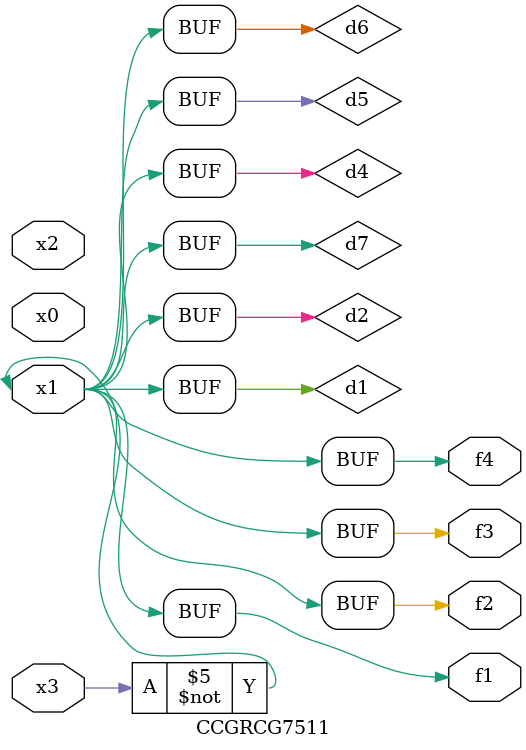
<source format=v>
module CCGRCG7511(
	input x0, x1, x2, x3,
	output f1, f2, f3, f4
);

	wire d1, d2, d3, d4, d5, d6, d7;

	not (d1, x3);
	buf (d2, x1);
	xnor (d3, d1, d2);
	nor (d4, d1);
	buf (d5, d1, d2);
	buf (d6, d4, d5);
	nand (d7, d4);
	assign f1 = d6;
	assign f2 = d7;
	assign f3 = d6;
	assign f4 = d6;
endmodule

</source>
